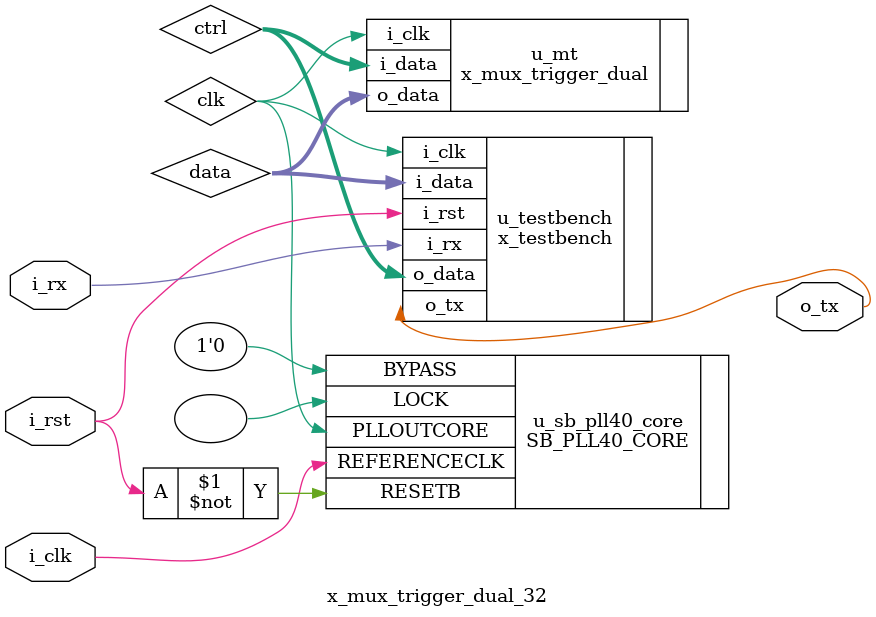
<source format=sv>
module x_mux_trigger_dual_32 (
   input    logic    i_clk,
   input    logic    i_rst,
   input    logic    i_rx,
   output   logic    o_tx
);
 
   logic        clk;
   logic [31:0] ctrl; 
   logic [31:0] data;

   // 12MHz > 96MHz
   SB_PLL40_CORE #(
      .FEEDBACK_PATH ("SIMPLE"   ),
      .PLLOUT_SELECT ("GENCLK"   ),
      .DIVR          (4'd0       ),
      .DIVF          (7'd63      ),
      .DIVQ          (3'd3       ),
      .FILTER_RANGE  (3'b001     )
   ) u_sb_pll40_core (
      .LOCK          (           ),
      .RESETB        (~i_rst     ),
      .BYPASS        (1'b0       ),
      .REFERENCECLK  (i_clk      ),
      .PLLOUTCORE    (clk        )
   );

   x_testbench #(
      .p_clk_hz   (96000000)
   ) u_testbench (
      .i_clk      (clk     ),
      .i_rst      (i_rst   ),
      .i_rx       (i_rx    ),
      .o_tx       (o_tx    ),
      .o_data     (ctrl    ),
      .i_data     (data    )
   );
  
   x_mux_trigger_dual u_mt(
      .i_clk   (clk     ),
      .i_data  (ctrl    ),
      .o_data  (data    )
   );

endmodule


</source>
